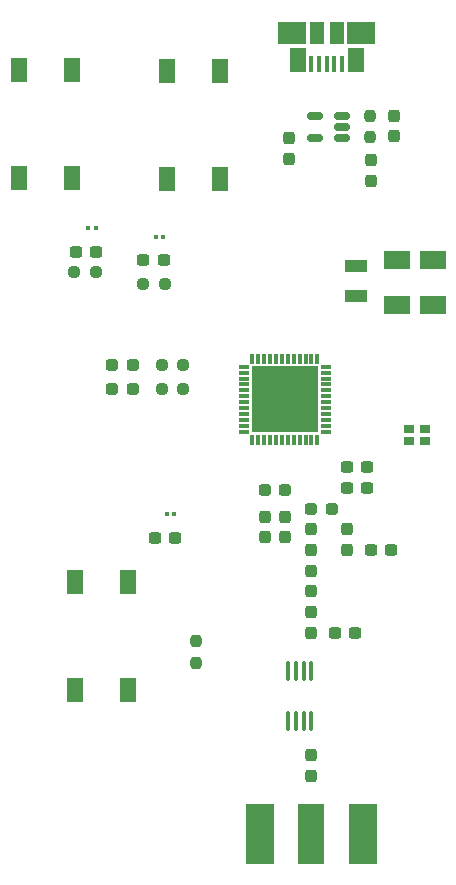
<source format=gbr>
%TF.GenerationSoftware,KiCad,Pcbnew,(6.0.4)*%
%TF.CreationDate,2022-04-26T10:44:58+02:00*%
%TF.ProjectId,MSK_RF,4d534b5f-5246-42e6-9b69-6361645f7063,rev?*%
%TF.SameCoordinates,Original*%
%TF.FileFunction,Paste,Top*%
%TF.FilePolarity,Positive*%
%FSLAX46Y46*%
G04 Gerber Fmt 4.6, Leading zero omitted, Abs format (unit mm)*
G04 Created by KiCad (PCBNEW (6.0.4)) date 2022-04-26 10:44:58*
%MOMM*%
%LPD*%
G01*
G04 APERTURE LIST*
G04 Aperture macros list*
%AMRoundRect*
0 Rectangle with rounded corners*
0 $1 Rounding radius*
0 $2 $3 $4 $5 $6 $7 $8 $9 X,Y pos of 4 corners*
0 Add a 4 corners polygon primitive as box body*
4,1,4,$2,$3,$4,$5,$6,$7,$8,$9,$2,$3,0*
0 Add four circle primitives for the rounded corners*
1,1,$1+$1,$2,$3*
1,1,$1+$1,$4,$5*
1,1,$1+$1,$6,$7*
1,1,$1+$1,$8,$9*
0 Add four rect primitives between the rounded corners*
20,1,$1+$1,$2,$3,$4,$5,0*
20,1,$1+$1,$4,$5,$6,$7,0*
20,1,$1+$1,$6,$7,$8,$9,0*
20,1,$1+$1,$8,$9,$2,$3,0*%
G04 Aperture macros list end*
%ADD10R,0.425000X0.300000*%
%ADD11RoundRect,0.237500X0.237500X-0.300000X0.237500X0.300000X-0.237500X0.300000X-0.237500X-0.300000X0*%
%ADD12R,1.400000X2.100000*%
%ADD13RoundRect,0.237500X-0.237500X0.250000X-0.237500X-0.250000X0.237500X-0.250000X0.237500X0.250000X0*%
%ADD14RoundRect,0.237500X-0.250000X-0.237500X0.250000X-0.237500X0.250000X0.237500X-0.250000X0.237500X0*%
%ADD15RoundRect,0.237500X-0.287500X-0.237500X0.287500X-0.237500X0.287500X0.237500X-0.287500X0.237500X0*%
%ADD16RoundRect,0.237500X-0.237500X0.287500X-0.237500X-0.287500X0.237500X-0.287500X0.237500X0.287500X0*%
%ADD17R,2.200000X1.600000*%
%ADD18RoundRect,0.237500X0.250000X0.237500X-0.250000X0.237500X-0.250000X-0.237500X0.250000X-0.237500X0*%
%ADD19RoundRect,0.237500X0.237500X-0.250000X0.237500X0.250000X-0.237500X0.250000X-0.237500X-0.250000X0*%
%ADD20RoundRect,0.237500X0.300000X0.237500X-0.300000X0.237500X-0.300000X-0.237500X0.300000X-0.237500X0*%
%ADD21RoundRect,0.150000X0.512500X0.150000X-0.512500X0.150000X-0.512500X-0.150000X0.512500X-0.150000X0*%
%ADD22R,2.290000X5.080000*%
%ADD23R,2.420000X5.080000*%
%ADD24R,0.850000X0.300000*%
%ADD25R,0.300000X0.850000*%
%ADD26R,5.700000X5.700000*%
%ADD27RoundRect,0.237500X-0.237500X0.300000X-0.237500X-0.300000X0.237500X-0.300000X0.237500X0.300000X0*%
%ADD28RoundRect,0.237500X0.237500X-0.287500X0.237500X0.287500X-0.237500X0.287500X-0.237500X-0.287500X0*%
%ADD29RoundRect,0.237500X0.287500X0.237500X-0.287500X0.237500X-0.287500X-0.237500X0.287500X-0.237500X0*%
%ADD30R,1.900000X1.100000*%
%ADD31R,0.450000X1.380000*%
%ADD32R,1.475000X2.100000*%
%ADD33R,1.175000X1.900000*%
%ADD34R,2.375000X1.900000*%
%ADD35RoundRect,0.100000X0.100000X-0.712500X0.100000X0.712500X-0.100000X0.712500X-0.100000X-0.712500X0*%
%ADD36RoundRect,0.237500X-0.300000X-0.237500X0.300000X-0.237500X0.300000X0.237500X-0.300000X0.237500X0*%
%ADD37R,0.850000X0.750000*%
G04 APERTURE END LIST*
D10*
%TO.C,D3*%
X50969000Y-91500000D03*
X50344000Y-91500000D03*
%TD*%
D11*
%TO.C,C29*%
X76225000Y-83725000D03*
X76225000Y-82000000D03*
%TD*%
D12*
%TO.C,S2*%
X49000000Y-78150000D03*
X49000000Y-87250000D03*
X44500000Y-78150000D03*
X44500000Y-87250000D03*
%TD*%
D13*
%TO.C,R10*%
X74225000Y-82000000D03*
X74225000Y-83825000D03*
%TD*%
D14*
%TO.C,R4*%
X49175000Y-95250000D03*
X51000000Y-95250000D03*
%TD*%
D10*
%TO.C,D2*%
X56719000Y-92250000D03*
X56094000Y-92250000D03*
%TD*%
D15*
%TO.C,D1*%
X52400000Y-105100000D03*
X54150000Y-105100000D03*
%TD*%
D11*
%TO.C,C16*%
X69250000Y-122250000D03*
X69250000Y-120525000D03*
%TD*%
D16*
%TO.C,L5*%
X69250000Y-117000000D03*
X69250000Y-118750000D03*
%TD*%
D17*
%TO.C,C2*%
X76500000Y-98000000D03*
X79500000Y-98000000D03*
%TD*%
D18*
%TO.C,R1*%
X58400000Y-105100000D03*
X56575000Y-105100000D03*
%TD*%
D12*
%TO.C,S3*%
X49250000Y-130600000D03*
X49250000Y-121500000D03*
X53750000Y-130600000D03*
X53750000Y-121500000D03*
%TD*%
D19*
%TO.C,R8*%
X59500000Y-128325000D03*
X59500000Y-126500000D03*
%TD*%
D18*
%TO.C,R9*%
X58400000Y-103100000D03*
X56575000Y-103100000D03*
%TD*%
D11*
%TO.C,C24*%
X69250000Y-137862500D03*
X69250000Y-136137500D03*
%TD*%
D20*
%TO.C,C25*%
X51000000Y-93500000D03*
X49275000Y-93500000D03*
%TD*%
D21*
%TO.C,U3*%
X71825000Y-83900000D03*
X71825000Y-82950000D03*
X71825000Y-82000000D03*
X69550000Y-82000000D03*
X69550000Y-83900000D03*
%TD*%
D22*
%TO.C,J4*%
X69250000Y-142802260D03*
D23*
X64870000Y-142802260D03*
X73630000Y-142802260D03*
%TD*%
D24*
%TO.C,U1*%
X63550000Y-103250000D03*
X63550000Y-103750000D03*
X63550000Y-104250000D03*
X63550000Y-104750000D03*
X63550000Y-105250000D03*
X63550000Y-105750000D03*
X63550000Y-106250000D03*
X63550000Y-106750000D03*
X63550000Y-107250000D03*
X63550000Y-107750000D03*
X63550000Y-108250000D03*
X63550000Y-108750000D03*
D25*
X64250000Y-109450000D03*
X64750000Y-109450000D03*
X65250000Y-109450000D03*
X65750000Y-109450000D03*
X66250000Y-109450000D03*
X66750000Y-109450000D03*
X67250000Y-109450000D03*
X67750000Y-109450000D03*
X68250000Y-109450000D03*
X68750000Y-109450000D03*
X69250000Y-109450000D03*
X69750000Y-109450000D03*
D24*
X70450000Y-108750000D03*
X70450000Y-108250000D03*
X70450000Y-107750000D03*
X70450000Y-107250000D03*
X70450000Y-106750000D03*
X70450000Y-106250000D03*
X70450000Y-105750000D03*
X70450000Y-105250000D03*
X70450000Y-104750000D03*
X70450000Y-104250000D03*
X70450000Y-103750000D03*
X70450000Y-103250000D03*
D25*
X69750000Y-102550000D03*
X69250000Y-102550000D03*
X68750000Y-102550000D03*
X68250000Y-102550000D03*
X67750000Y-102550000D03*
X67250000Y-102550000D03*
X66750000Y-102550000D03*
X66250000Y-102550000D03*
X65750000Y-102550000D03*
X65250000Y-102550000D03*
X64750000Y-102550000D03*
X64250000Y-102550000D03*
D26*
X67000000Y-106000000D03*
%TD*%
D14*
%TO.C,R3*%
X55000000Y-96250000D03*
X56825000Y-96250000D03*
%TD*%
D20*
%TO.C,C26*%
X72975000Y-125750000D03*
X71250000Y-125750000D03*
%TD*%
D15*
%TO.C,D6*%
X52400000Y-103100000D03*
X54150000Y-103100000D03*
%TD*%
D27*
%TO.C,C11*%
X65300000Y-115962500D03*
X65300000Y-117687500D03*
%TD*%
D28*
%TO.C,D7*%
X74250000Y-87500000D03*
X74250000Y-85750000D03*
%TD*%
D29*
%TO.C,L2*%
X67050000Y-113712500D03*
X65300000Y-113712500D03*
%TD*%
D12*
%TO.C,S1*%
X57000000Y-87350000D03*
X57000000Y-78250000D03*
X61500000Y-87350000D03*
X61500000Y-78250000D03*
%TD*%
D17*
%TO.C,C1*%
X76500000Y-94250000D03*
X79500000Y-94250000D03*
%TD*%
D30*
%TO.C,Y1*%
X73000000Y-97250000D03*
X73000000Y-94750000D03*
%TD*%
D11*
%TO.C,C14*%
X72250000Y-118725000D03*
X72250000Y-117000000D03*
%TD*%
D31*
%TO.C,J5*%
X71847500Y-77610000D03*
X71197500Y-77610000D03*
X70547500Y-77610000D03*
X69897500Y-77610000D03*
X69247500Y-77610000D03*
D32*
X68095000Y-77250000D03*
X73000000Y-77250000D03*
D33*
X71385000Y-74950000D03*
X69710000Y-74950000D03*
D34*
X73460000Y-74950000D03*
X67635000Y-74950000D03*
%TD*%
D20*
%TO.C,C12*%
X73975000Y-113500000D03*
X72250000Y-113500000D03*
%TD*%
%TO.C,C10*%
X73975000Y-111750000D03*
X72250000Y-111750000D03*
%TD*%
D35*
%TO.C,U2*%
X67300000Y-133225000D03*
X67950000Y-133225000D03*
X68600000Y-133225000D03*
X69250000Y-133225000D03*
X69250000Y-129000000D03*
X68600000Y-129000000D03*
X67950000Y-129000000D03*
X67300000Y-129000000D03*
%TD*%
D20*
%TO.C,C13*%
X56750000Y-94250000D03*
X55025000Y-94250000D03*
%TD*%
D36*
%TO.C,C27*%
X56000000Y-117750000D03*
X57725000Y-117750000D03*
%TD*%
D29*
%TO.C,L4*%
X71000000Y-115250000D03*
X69250000Y-115250000D03*
%TD*%
D10*
%TO.C,D4*%
X57625000Y-115750000D03*
X57000000Y-115750000D03*
%TD*%
D20*
%TO.C,C15*%
X76000000Y-118750000D03*
X74275000Y-118750000D03*
%TD*%
D27*
%TO.C,C9*%
X67000000Y-115975000D03*
X67000000Y-117700000D03*
%TD*%
D11*
%TO.C,C30*%
X67325000Y-85625000D03*
X67325000Y-83900000D03*
%TD*%
D16*
%TO.C,L6*%
X69250000Y-124000000D03*
X69250000Y-125750000D03*
%TD*%
D37*
%TO.C,Y2*%
X78850000Y-108500000D03*
X77500000Y-108500000D03*
X77500000Y-109550000D03*
X78850000Y-109550000D03*
%TD*%
M02*

</source>
